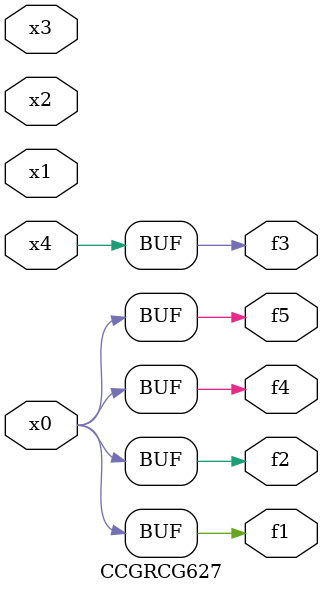
<source format=v>
module CCGRCG627(
	input x0, x1, x2, x3, x4,
	output f1, f2, f3, f4, f5
);
	assign f1 = x0;
	assign f2 = x0;
	assign f3 = x4;
	assign f4 = x0;
	assign f5 = x0;
endmodule

</source>
